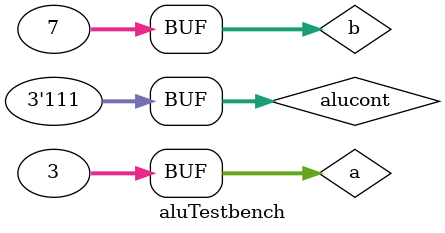
<source format=sv>
`timescale 1ns / 1ps


module aluTestbench();
    logic [31:0] a, b; 
    logic [2:0]  alucont; 
    logic [31:0] result;
    logic zero;
    alu dut( a, b, alucont, result, zero);
    
    initial begin
        a = 7; b = 3; 
        alucont = 3'b000; #10;
        alucont = 3'b001; #10;
        alucont = 3'b010; #10;
        alucont = 3'b110; #10;
        alucont = 3'b111; #10;
        a = 3; b = 7;
        alucont = 3'b000; #10;
        alucont = 3'b001; #10;
        alucont = 3'b010; #10;
        alucont = 3'b110; #10;
        alucont = 3'b111; #10;
    end
    
endmodule

</source>
